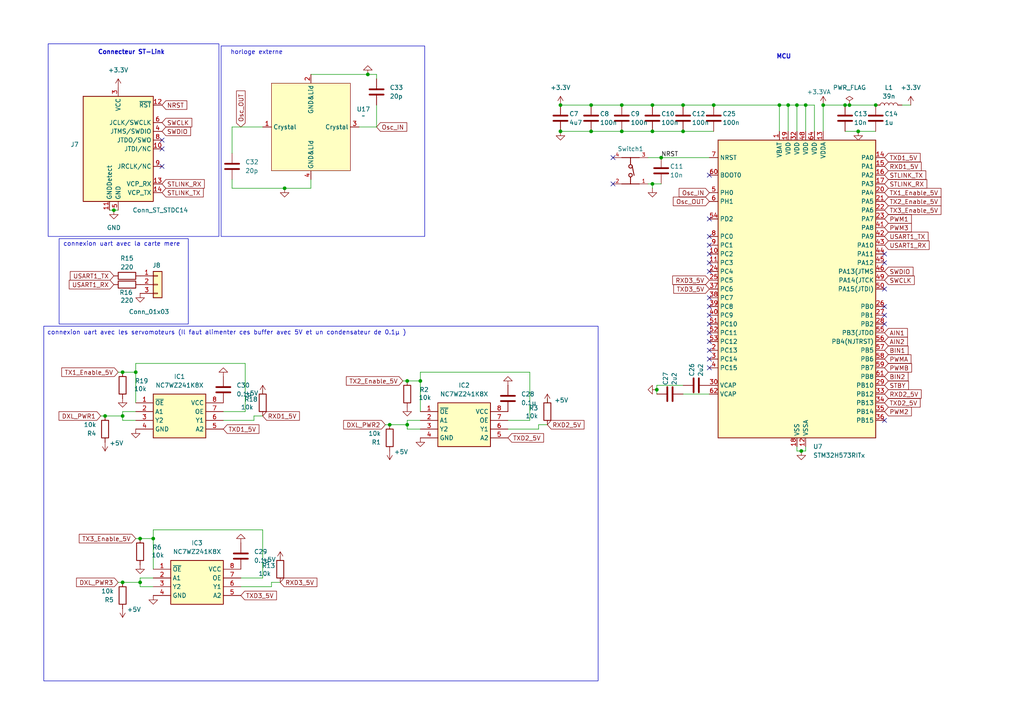
<source format=kicad_sch>
(kicad_sch (version 20250114) (generator "eeschema") (generator_version "9.0")
  (paper "A4")
  (lib_symbols
    (symbol "CFPX-104-oscillator:CFPX-104-8MHz-wurth"
      (property "Reference" "U" (at 0 0 0))
      (symbol "CFPX-104-8MHz-wurth_1_1"
        (rectangle (start -11.43 12.7) (end 11.43 -12.7) (fill (type color) (color 255 255 194 1)))
        (pin bidirectional line (at -13.97 0 0) (length 2.54) (name "Crystal") (number "1"))
        (pin power_in line (at 0 15.24 270) (length 2.54) (name "GND&Lid") (number "2"))
        (pin power_in line (at 0 -15.24 90) (length 2.54) (name "GND&Lid") (number "4"))
        (pin bidirectional line (at 13.97 0 180) (length 2.54) (name "Crystal") (number "3"))
      )
    )
    (symbol "Connector:Conn_ST_STDC14"
      (property "Reference" "J" (at -8.89 16.51 0))
      (property "Value" "Conn_ST_STDC14" (at 17.78 16.51 0))
      (symbol "Conn_ST_STDC14_0_1"
        (rectangle (start -10.16 15.24) (end 10.16 -15.24) (stroke (width 0.254)) (fill (type background)))
      )
      (symbol "Conn_ST_STDC14_1_1"
        (pin no_connect line (at -10.16 5.08 0) (length 2.54) (hide yes) (name "NC") (number "1"))
        (pin no_connect line (at -10.16 2.54 0) (length 2.54) (hide yes) (name "NC") (number "2"))
        (pin passive line (at -2.54 -17.78 90) (length 2.54) (name "GNDDetect") (number "11"))
        (pin power_in line (at 0 17.78 270) (length 2.54) (name "VCC") (number "3"))
        (pin power_in line (at 0 -17.78 90) (length 2.54) (name "GND") (number "5"))
        (pin passive line (at 0 -17.78 90) (length 2.54) (hide yes) (name "GND") (number "7"))
        (pin open_collector line (at 12.7 12.7 180) (length 2.54) (name "~{RST}") (number "12"))
        (pin output line (at 12.7 7.62 180) (length 2.54) (name "JCLK/SWCLK") (number "6"))
        (pin bidirectional line (at 12.7 5.08 180) (length 2.54) (name "JTMS/SWDIO") (number "4"))
        (pin input line (at 12.7 2.54 180) (length 2.54) (name "JTDO/SWO") (number "8"))
        (pin output line (at 12.7 0 180) (length 2.54) (name "JTDI/NC") (number "10"))
        (pin input line (at 12.7 -5.08 180) (length 2.54) (name "JRCLK/NC") (number "9"))
        (pin output line (at 12.7 -10.16 180) (length 2.54) (name "VCP_RX") (number "13"))
        (pin input line (at 12.7 -12.7 180) (length 2.54) (name "VCP_TX") (number "14"))
      )
    )
    (symbol "Connector_Generic:Conn_01x03" (pin_names (offset 1.016) (hide yes))
      (property "Reference" "J" (at 0 5.08 0))
      (property "Value" "Conn_01x03" (at 0 -5.08 0))
      (symbol "Conn_01x03_1_1"
        (rectangle (start -1.27 3.81) (end 1.27 -3.81) (stroke (width 0.254)) (fill (type background)))
        (rectangle (start -1.27 2.667) (end 0 2.413) (stroke (width 0.1524)))
        (rectangle (start -1.27 0.127) (end 0 -0.127) (stroke (width 0.1524)))
        (rectangle (start -1.27 -2.413) (end 0 -2.667) (stroke (width 0.1524)))
        (pin passive line (at -5.08 2.54 0) (length 3.81) (name "Pin_1") (number "1"))
        (pin passive line (at -5.08 0 0) (length 3.81) (name "Pin_2") (number "2"))
        (pin passive line (at -5.08 -2.54 0) (length 3.81) (name "Pin_3") (number "3"))
      )
    )
    (symbol "Device:C" (pin_numbers (hide yes)) (pin_names (offset 0.254))
      (property "Reference" "C" (at 0.635 2.54 0))
      (property "Value" "C" (at 0.635 -2.54 0))
      (symbol "C_0_1"
        (polyline (pts (xy -2.032 0.762) (xy 2.032 0.762)) (stroke (width 0.508)))
        (polyline (pts (xy -2.032 -0.762) (xy 2.032 -0.762)) (stroke (width 0.508)))
      )
      (symbol "C_1_1"
        (pin passive line (at 0 3.81 270) (length 2.794) (name "~") (number "1"))
        (pin passive line (at 0 -3.81 90) (length 2.794) (name "~") (number "2"))
      )
    )
    (symbol "Device:L" (pin_numbers (hide yes)) (pin_names (offset 1.016) (hide yes))
      (property "Reference" "L" (at -1.27 0 90))
      (property "Value" "L" (at 1.905 0 90))
      (symbol "L_0_1"
        (arc (start 0 2.54) (mid 0.6323 1.905) (end 0 1.27))
        (arc (start 0 1.27) (mid 0.6323 0.635) (end 0 0))
        (arc (start 0 0) (mid 0.6323 -0.635) (end 0 -1.27))
        (arc (start 0 -1.27) (mid 0.6323 -1.905) (end 0 -2.54))
      )
      (symbol "L_1_1"
        (pin passive line (at 0 3.81 270) (length 1.27) (name "1") (number "1"))
        (pin passive line (at 0 -3.81 90) (length 1.27) (name "2") (number "2"))
      )
    )
    (symbol "Device:R" (pin_numbers (hide yes)) (pin_names (offset 0))
      (property "Reference" "R" (at 2.032 0 90))
      (property "Value" "R" (at 0 0 90))
      (symbol "R_0_1"
        (rectangle (start -1.016 -2.54) (end 1.016 2.54) (stroke (width 0.254)))
      )
      (symbol "R_1_1"
        (pin passive line (at 0 3.81 270) (length 1.27) (name "~") (number "1"))
        (pin passive line (at 0 -3.81 90) (length 1.27) (name "~") (number "2"))
      )
    )
    (symbol "MCU_ST_STM32H5:STM32H573RITx"
      (property "Reference" "U" (at -22.86 44.45 0))
      (property "Value" "STM32H573RITx" (at 10.16 44.45 0))
      (symbol "STM32H573RITx_0_1"
        (rectangle (start -22.86 -43.18) (end 22.86 43.18) (stroke (width 0.254)) (fill (type background)))
      )
      (symbol "STM32H573RITx_1_1"
        (pin input line (at -25.4 38.1 0) (length 2.54) (name "NRST") (number "7"))
        (pin input line (at -25.4 33.02 0) (length 2.54) (name "BOOT0") (number "60"))
        (pin bidirectional line (at -25.4 27.94 0) (length 2.54) (name "PH0") (number "5"))
        (pin bidirectional line (at -25.4 25.4 0) (length 2.54) (name "PH1") (number "6"))
        (pin bidirectional line (at -25.4 20.32 0) (length 2.54) (name "PD2") (number "54"))
        (pin bidirectional line (at -25.4 15.24 0) (length 2.54) (name "PC0") (number "8"))
        (pin bidirectional line (at -25.4 12.7 0) (length 2.54) (name "PC1") (number "9"))
        (pin bidirectional line (at -25.4 10.16 0) (length 2.54) (name "PC2") (number "10"))
        (pin bidirectional line (at -25.4 7.62 0) (length 2.54) (name "PC3") (number "11"))
        (pin bidirectional line (at -25.4 5.08 0) (length 2.54) (name "PC4") (number "24"))
        (pin bidirectional line (at -25.4 2.54 0) (length 2.54) (name "PC5") (number "25"))
        (pin bidirectional line (at -25.4 0 0) (length 2.54) (name "PC6") (number "37"))
        (pin bidirectional line (at -25.4 -2.54 0) (length 2.54) (name "PC7") (number "38"))
        (pin bidirectional line (at -25.4 -5.08 0) (length 2.54) (name "PC8") (number "39"))
        (pin bidirectional line (at -25.4 -7.62 0) (length 2.54) (name "PC9") (number "40"))
        (pin bidirectional line (at -25.4 -10.16 0) (length 2.54) (name "PC10") (number "51"))
        (pin bidirectional line (at -25.4 -12.7 0) (length 2.54) (name "PC11") (number "52"))
        (pin bidirectional line (at -25.4 -15.24 0) (length 2.54) (name "PC12") (number "53"))
        (pin bidirectional line (at -25.4 -17.78 0) (length 2.54) (name "PC13") (number "2"))
        (pin bidirectional line (at -25.4 -20.32 0) (length 2.54) (name "PC14") (number "3"))
        (pin bidirectional line (at -25.4 -22.86 0) (length 2.54) (name "PC15") (number "4"))
        (pin power_out line (at -25.4 -27.94 0) (length 2.54) (name "VCAP") (number "30"))
        (pin power_out line (at -25.4 -30.48 0) (length 2.54) (name "VCAP") (number "62"))
        (pin power_in line (at -5.08 45.72 270) (length 2.54) (name "VBAT") (number "1"))
        (pin power_in line (at -2.54 45.72 270) (length 2.54) (name "VDD") (number "19"))
        (pin power_in line (at 0 45.72 270) (length 2.54) (name "VDD") (number "32"))
        (pin power_in line (at 0 -45.72 90) (length 2.54) (name "VSS") (number "18"))
        (pin passive line (at 0 -45.72 90) (length 2.54) (hide yes) (name "VSS") (number "31"))
        (pin passive line (at 0 -45.72 90) (length 2.54) (hide yes) (name "VSS") (number "47"))
        (pin passive line (at 0 -45.72 90) (length 2.54) (hide yes) (name "VSS") (number "63"))
        (pin power_in line (at 2.54 45.72 270) (length 2.54) (name "VDD") (number "48"))
        (pin power_in line (at 2.54 -45.72 90) (length 2.54) (name "VSSA") (number "12"))
        (pin power_in line (at 5.08 45.72 270) (length 2.54) (name "VDD") (number "64"))
        (pin power_in line (at 7.62 45.72 270) (length 2.54) (name "VDDA") (number "13"))
        (pin bidirectional line (at 25.4 38.1 180) (length 2.54) (name "PA0") (number "14"))
        (pin bidirectional line (at 25.4 35.56 180) (length 2.54) (name "PA1") (number "15"))
        (pin bidirectional line (at 25.4 33.02 180) (length 2.54) (name "PA2") (number "16"))
        (pin bidirectional line (at 25.4 30.48 180) (length 2.54) (name "PA3") (number "17"))
        (pin bidirectional line (at 25.4 27.94 180) (length 2.54) (name "PA4") (number "20"))
        (pin bidirectional line (at 25.4 25.4 180) (length 2.54) (name "PA5") (number "21"))
        (pin bidirectional line (at 25.4 22.86 180) (length 2.54) (name "PA6") (number "22"))
        (pin bidirectional line (at 25.4 20.32 180) (length 2.54) (name "PA7") (number "23"))
        (pin bidirectional line (at 25.4 17.78 180) (length 2.54) (name "PA8") (number "41"))
        (pin bidirectional line (at 25.4 15.24 180) (length 2.54) (name "PA9") (number "42"))
        (pin bidirectional line (at 25.4 12.7 180) (length 2.54) (name "PA10") (number "43"))
        (pin bidirectional line (at 25.4 10.16 180) (length 2.54) (name "PA11") (number "44"))
        (pin bidirectional line (at 25.4 7.62 180) (length 2.54) (name "PA12") (number "45"))
        (pin bidirectional line (at 25.4 5.08 180) (length 2.54) (name "PA13(JTMS") (number "46"))
        (pin bidirectional line (at 25.4 2.54 180) (length 2.54) (name "PA14(JTCK") (number "49"))
        (pin bidirectional line (at 25.4 0 180) (length 2.54) (name "PA15(JTDI)") (number "50"))
        (pin bidirectional line (at 25.4 -5.08 180) (length 2.54) (name "PB0") (number "26"))
        (pin bidirectional line (at 25.4 -7.62 180) (length 2.54) (name "PB1") (number "27"))
        (pin bidirectional line (at 25.4 -10.16 180) (length 2.54) (name "PB2") (number "28"))
        (pin bidirectional line (at 25.4 -12.7 180) (length 2.54) (name "PB3(JTDO") (number "55"))
        (pin bidirectional line (at 25.4 -15.24 180) (length 2.54) (name "PB4(NJTRST)") (number "56"))
        (pin bidirectional line (at 25.4 -17.78 180) (length 2.54) (name "PB5") (number "57"))
        (pin bidirectional line (at 25.4 -20.32 180) (length 2.54) (name "PB6") (number "58"))
        (pin bidirectional line (at 25.4 -22.86 180) (length 2.54) (name "PB7") (number "59"))
        (pin bidirectional line (at 25.4 -25.4 180) (length 2.54) (name "PB8") (number "61"))
        (pin bidirectional line (at 25.4 -27.94 180) (length 2.54) (name "PB10") (number "29"))
        (pin bidirectional line (at 25.4 -30.48 180) (length 2.54) (name "PB12") (number "33"))
        (pin bidirectional line (at 25.4 -33.02 180) (length 2.54) (name "PB13") (number "34"))
        (pin bidirectional line (at 25.4 -35.56 180) (length 2.54) (name "PB14") (number "35"))
        (pin bidirectional line (at 25.4 -38.1 180) (length 2.54) (name "PB15") (number "36"))
      )
    )
    (symbol "NC7WZ241K8X:NC7WZ241K8X"
      (property "Reference" "IC" (at 21.59 7.62 0))
      (property "Value" "NC7WZ241K8X" (at 21.59 5.08 0))
      (symbol "NC7WZ241K8X_1_1"
        (rectangle (start 5.08 2.54) (end 20.32 -10.16) (stroke (width 0.254)) (fill (type background)))
        (pin passive line (at 0 0 0) (length 5.08) (name "~{OE}") (number "1"))
        (pin passive line (at 0 -2.54 0) (length 5.08) (name "A1") (number "2"))
        (pin passive line (at 0 -5.08 0) (length 5.08) (name "Y2") (number "3"))
        (pin passive line (at 0 -7.62 0) (length 5.08) (name "GND") (number "4"))
        (pin passive line (at 25.4 0 180) (length 5.08) (name "VCC") (number "8"))
        (pin passive line (at 25.4 -2.54 180) (length 5.08) (name "OE") (number "7"))
        (pin passive line (at 25.4 -5.08 180) (length 5.08) (name "Y1") (number "6"))
        (pin passive line (at 25.4 -7.62 180) (length 5.08) (name "A2") (number "5"))
      )
    )
    (symbol "boutonSMD_wurth430471025826:430471025826" (pin_names (offset 1.016))
      (property "Reference" "S" (at 0 5.842 0))
      (symbol "430471025826_0_0"
        (polyline (pts (xy -2.54 5.08) (xy 0 5.08)) (stroke (width 0.254)))
        (polyline (pts (xy -2.54 -2.54) (xy 0 -2.54)) (stroke (width 0.254)))
        (polyline (pts (xy -0.47 -0.2) (xy -1.04 2.61)) (stroke (width 0.254)))
        (polyline (pts (xy 0 5.08) (xy 2.54 5.08)) (stroke (width 0.254)))
        (polyline (pts (xy 0 3.075) (xy 0 5.08)) (stroke (width 0.254)))
        (circle (center 0 2.54) (radius 0.508) (stroke (width 0.254)))
        (circle (center 0 0) (radius 0.508) (stroke (width 0.254)))
        (polyline (pts (xy 0 -0.535) (xy 0 -2.54)) (stroke (width 0.254)))
        (polyline (pts (xy 0 -2.54) (xy 2.54 -2.54)) (stroke (width 0.254)))
        (pin passive line (at -5.08 5.08 0) (length 2.54) (name "~") (number "1"))
        (pin passive line (at -5.08 -2.54 0) (length 2.54) (name "~") (number "3"))
        (pin passive line (at 5.08 5.08 180) (length 2.54) (name "~") (number "2"))
        (pin passive line (at 5.08 -2.54 180) (length 2.54) (name "~") (number "4"))
      )
    )
    (symbol "power:+3.3V" (power) (pin_numbers (hide yes)) (pin_names (offset 0) (hide yes))
      (property "Value" "+3.3V" (at 0 3.556 0))
      (symbol "+3.3V_0_1"
        (polyline (pts (xy -0.762 1.27) (xy 0 2.54)))
        (polyline (pts (xy 0 2.54) (xy 0.762 1.27)))
        (polyline (pts (xy 0 0) (xy 0 2.54)))
      )
      (symbol "+3.3V_1_1"
        (pin power_in line (at 0 0 90) (length 0) (name "~") (number "1"))
      )
    )
    (symbol "power:+3.3VA" (power) (pin_numbers (hide yes)) (pin_names (offset 0) (hide yes))
      (property "Value" "+3.3VA" (at 0 3.556 0))
      (symbol "+3.3VA_0_1"
        (polyline (pts (xy -0.762 1.27) (xy 0 2.54)))
        (polyline (pts (xy 0 2.54) (xy 0.762 1.27)))
        (polyline (pts (xy 0 0) (xy 0 2.54)))
      )
      (symbol "+3.3VA_1_1"
        (pin power_in line (at 0 0 90) (length 0) (name "~") (number "1"))
      )
    )
    (symbol "power:+5V" (power) (pin_numbers (hide yes)) (pin_names (offset 0) (hide yes))
      (property "Value" "+5V" (at 0 3.556 0))
      (symbol "+5V_0_1"
        (polyline (pts (xy -0.762 1.27) (xy 0 2.54)))
        (polyline (pts (xy 0 2.54) (xy 0.762 1.27)))
        (polyline (pts (xy 0 0) (xy 0 2.54)))
      )
      (symbol "+5V_1_1"
        (pin power_in line (at 0 0 90) (length 0) (name "~") (number "1"))
      )
    )
    (symbol "power:GND" (power) (pin_numbers (hide yes)) (pin_names (offset 0) (hide yes))
      (property "Value" "GND" (at 0 -3.81 0))
      (symbol "GND_0_1"
        (polyline (pts (xy 0 0) (xy 0 -1.27) (xy 1.27 -1.27) (xy 0 -2.54) (xy -1.27 -1.27) (xy 0 -1.27)))
      )
      (symbol "GND_1_1"
        (pin power_in line (at 0 0 270) (length 0) (name "~") (number "1"))
      )
    )
    (symbol "power:PWR_FLAG" (power) (pin_numbers (hide yes)) (pin_names (offset 0) (hide yes))
      (property "Value" "PWR_FLAG" (at 0 3.81 0))
      (symbol "PWR_FLAG_0_0"
        (pin power_out line (at 0 0 90) (length 0) (name "~") (number "1"))
      )
      (symbol "PWR_FLAG_0_1"
        (polyline (pts (xy 0 0) (xy 0 1.27) (xy -1.016 1.905) (xy 0 2.54) (xy 1.016 1.905) (xy 0 1.27)))
      )
    )
  )
  (rectangle (start 64.135 13.335) (end 123.19 68.58))
  (rectangle (start 13.97 12.7) (end 63.5 68.58))
  (rectangle (start 17.145 69.215) (end 54.61 93.98))
  (text "connexion uart avec la carte mere\n\n" (at 35.306 71.882 0) (effects (font (size 1.27 1.27))))
  (text "horloge externe \n" (at 74.93 15.24 0) (effects (font (size 1.27 1.27))))
  (text "Connecteur ST-Link\n" (at 38.1 15.24 0) (effects (font (size 1.27 1.27) (thickness 0.254) (bold yes))))
  (text "MCU\n" (at 227.33 16.51 0) (effects (font (size 1.27 1.27) (thickness 0.254) (bold yes))))
  (text_box "connexion uart avec les servomoteurs (Il faut alimenter ces buffer avec 5V et un condensateur de 0.1µ )\n\n" (at 12.7 94.615 0) (size 160.782 102.87) (margins 0.9525 0.9525 0.9525 0.9525) (effects (font (size 1.27 1.27)) (justify left top)))
  (junction (at 180.34 30.48))
  (junction (at 44.45 156.21))
  (junction (at 207.01 30.48))
  (junction (at 254 30.48))
  (junction (at 113.03 123.19))
  (junction (at 189.23 30.48))
  (junction (at 171.45 38.1))
  (junction (at 228.6 30.48))
  (junction (at 232.41 130.81))
  (junction (at 30.48 120.65))
  (junction (at 40.64 168.91))
  (junction (at 40.64 156.21))
  (junction (at 35.56 107.95))
  (junction (at 162.56 30.48))
  (junction (at 245.11 30.48))
  (junction (at 118.11 110.49))
  (junction (at 106.68 21.59))
  (junction (at 121.92 110.49))
  (junction (at 162.56 38.1))
  (junction (at 238.76 30.48))
  (junction (at 171.45 30.48))
  (junction (at 246.38 30.48))
  (junction (at 191.77 45.72))
  (junction (at 248.92 38.1))
  (junction (at 190.5 113.03))
  (junction (at 189.23 38.1))
  (junction (at 226.06 30.48))
  (junction (at 189.23 53.34))
  (junction (at 198.12 38.1))
  (junction (at 118.11 123.19))
  (junction (at 231.14 30.48))
  (junction (at 180.34 38.1))
  (junction (at 233.68 30.48))
  (junction (at 39.37 107.95))
  (junction (at 35.56 120.65))
  (junction (at 33.02 60.96))
  (junction (at 198.12 30.48))
  (junction (at 82.55 54.61))
  (junction (at 35.56 168.91))
  (no_connect (at 177.8 45.72))
  (no_connect (at 205.74 76.2))
  (no_connect (at 177.8 53.34))
  (no_connect (at 46.99 40.64))
  (no_connect (at 205.74 106.68))
  (no_connect (at 256.54 91.44))
  (no_connect (at 205.74 63.5))
  (no_connect (at 205.74 93.98))
  (no_connect (at 205.74 88.9))
  (no_connect (at 205.74 50.8))
  (no_connect (at 46.99 48.26))
  (no_connect (at 256.54 73.66))
  (no_connect (at 256.54 93.98))
  (no_connect (at 205.74 78.74))
  (no_connect (at 256.54 121.92))
  (no_connect (at 205.74 99.06))
  (no_connect (at 205.74 101.6))
  (no_connect (at 46.99 43.18))
  (no_connect (at 205.74 91.44))
  (no_connect (at 256.54 88.9))
  (no_connect (at 205.74 71.12))
  (no_connect (at 205.74 73.66))
  (no_connect (at 205.74 86.36))
  (no_connect (at 205.74 68.58))
  (no_connect (at 256.54 76.2))
  (no_connect (at 256.54 83.82))
  (no_connect (at 205.74 96.52))
  (no_connect (at 205.74 104.14))
  (wire (pts (xy 35.56 107.95) (xy 39.37 107.95)))
  (wire (pts (xy 238.76 30.48) (xy 245.11 30.48)))
  (wire (pts (xy 39.37 119.38) (xy 35.56 119.38)))
  (wire (pts (xy 187.96 53.34) (xy 189.23 53.34)))
  (wire (pts (xy 33.02 60.96) (xy 34.29 60.96)))
  (wire (pts (xy 121.92 124.46) (xy 118.11 124.46)))
  (wire (pts (xy 109.22 21.59) (xy 106.68 21.59)))
  (wire (pts (xy 71.12 119.38) (xy 71.12 105.41)))
  (wire (pts (xy 113.03 123.19) (xy 118.11 123.19)))
  (wire (pts (xy 228.6 30.48) (xy 231.14 30.48)))
  (wire (pts (xy 245.11 30.48) (xy 246.38 30.48)))
  (wire (pts (xy 34.29 107.95) (xy 35.56 107.95)))
  (wire (pts (xy 39.37 156.21) (xy 40.64 156.21)))
  (wire (pts (xy 44.45 153.67) (xy 44.45 156.21)))
  (wire (pts (xy 189.23 54.61) (xy 189.23 53.34)))
  (wire (pts (xy 121.92 121.92) (xy 118.11 121.92)))
  (wire (pts (xy 40.64 167.64) (xy 40.64 168.91)))
  (wire (pts (xy 29.21 120.65) (xy 30.48 120.65)))
  (wire (pts (xy 34.29 168.91) (xy 35.56 168.91)))
  (wire (pts (xy 121.92 110.49) (xy 121.92 119.38)))
  (wire (pts (xy 233.68 129.54) (xy 233.68 130.81)))
  (wire (pts (xy 67.31 44.45) (xy 67.31 36.83)))
  (wire (pts (xy 147.32 121.92) (xy 153.67 121.92)))
  (wire (pts (xy 64.77 121.92) (xy 73.66 121.92)))
  (wire (pts (xy 39.37 105.41) (xy 39.37 107.95)))
  (wire (pts (xy 189.23 30.48) (xy 198.12 30.48)))
  (wire (pts (xy 226.06 30.48) (xy 226.06 38.1)))
  (wire (pts (xy 153.67 121.92) (xy 153.67 107.95)))
  (wire (pts (xy 71.12 105.41) (xy 39.37 105.41)))
  (wire (pts (xy 106.68 21.59) (xy 90.17 21.59)))
  (wire (pts (xy 153.67 107.95) (xy 121.92 107.95)))
  (wire (pts (xy 44.45 156.21) (xy 44.45 165.1)))
  (wire (pts (xy 180.34 38.1) (xy 189.23 38.1)))
  (wire (pts (xy 226.06 30.48) (xy 228.6 30.48)))
  (wire (pts (xy 44.45 170.18) (xy 40.64 170.18)))
  (wire (pts (xy 198.12 114.3) (xy 205.74 114.3)))
  (wire (pts (xy 228.6 30.48) (xy 228.6 38.1)))
  (wire (pts (xy 109.22 36.83) (xy 109.22 30.48)))
  (wire (pts (xy 233.68 130.81) (xy 232.41 130.81)))
  (wire (pts (xy 207.01 30.48) (xy 226.06 30.48)))
  (wire (pts (xy 81.28 161.29) (xy 81.28 162.56)))
  (wire (pts (xy 118.11 121.92) (xy 118.11 123.19)))
  (wire (pts (xy 158.75 115.57) (xy 158.75 116.84)))
  (wire (pts (xy 189.23 38.1) (xy 198.12 38.1)))
  (wire (pts (xy 246.38 30.48) (xy 254 30.48)))
  (wire (pts (xy 67.31 36.83) (xy 76.2 36.83)))
  (wire (pts (xy 35.56 119.38) (xy 35.56 120.65)))
  (wire (pts (xy 238.76 30.48) (xy 238.76 38.1)))
  (wire (pts (xy 35.56 120.65) (xy 35.56 121.92)))
  (wire (pts (xy 30.48 120.65) (xy 35.56 120.65)))
  (wire (pts (xy 76.2 167.64) (xy 76.2 153.67)))
  (wire (pts (xy 69.85 167.64) (xy 76.2 167.64)))
  (wire (pts (xy 190.5 111.76) (xy 190.5 113.03)))
  (wire (pts (xy 156.21 123.19) (xy 158.75 123.19)))
  (wire (pts (xy 104.14 36.83) (xy 109.22 36.83)))
  (wire (pts (xy 76.2 153.67) (xy 44.45 153.67)))
  (wire (pts (xy 78.74 168.91) (xy 81.28 168.91)))
  (wire (pts (xy 171.45 30.48) (xy 180.34 30.48)))
  (wire (pts (xy 171.45 38.1) (xy 180.34 38.1)))
  (wire (pts (xy 245.11 38.1) (xy 248.92 38.1)))
  (wire (pts (xy 162.56 38.1) (xy 171.45 38.1)))
  (wire (pts (xy 116.84 110.49) (xy 118.11 110.49)))
  (wire (pts (xy 40.64 168.91) (xy 40.64 170.18)))
  (wire (pts (xy 233.68 30.48) (xy 236.22 30.48)))
  (wire (pts (xy 248.92 38.1) (xy 254 38.1)))
  (wire (pts (xy 261.62 30.48) (xy 264.16 30.48)))
  (wire (pts (xy 121.92 107.95) (xy 121.92 110.49)))
  (wire (pts (xy 190.5 113.03) (xy 190.5 114.3)))
  (wire (pts (xy 111.76 123.19) (xy 113.03 123.19)))
  (wire (pts (xy 191.77 45.72) (xy 205.74 45.72)))
  (wire (pts (xy 39.37 107.95) (xy 39.37 116.84)))
  (wire (pts (xy 109.22 22.86) (xy 109.22 21.59)))
  (wire (pts (xy 76.2 113.03) (xy 76.2 114.3)))
  (wire (pts (xy 64.77 119.38) (xy 71.12 119.38)))
  (wire (pts (xy 231.14 129.54) (xy 231.14 130.81)))
  (wire (pts (xy 67.31 54.61) (xy 67.31 52.07)))
  (wire (pts (xy 233.68 30.48) (xy 233.68 38.1)))
  (wire (pts (xy 82.55 54.61) (xy 90.17 54.61)))
  (wire (pts (xy 231.14 130.81) (xy 232.41 130.81)))
  (wire (pts (xy 198.12 111.76) (xy 190.5 111.76)))
  (wire (pts (xy 147.32 124.46) (xy 156.21 124.46)))
  (wire (pts (xy 67.31 54.61) (xy 82.55 54.61)))
  (wire (pts (xy 35.56 168.91) (xy 40.64 168.91)))
  (wire (pts (xy 198.12 38.1) (xy 207.01 38.1)))
  (wire (pts (xy 73.66 121.92) (xy 73.66 120.65)))
  (wire (pts (xy 189.23 53.34) (xy 191.77 53.34)))
  (wire (pts (xy 40.64 156.21) (xy 44.45 156.21)))
  (wire (pts (xy 118.11 110.49) (xy 121.92 110.49)))
  (wire (pts (xy 90.17 54.61) (xy 90.17 52.07)))
  (wire (pts (xy 233.68 30.48) (xy 231.14 30.48)))
  (wire (pts (xy 44.45 167.64) (xy 40.64 167.64)))
  (wire (pts (xy 198.12 30.48) (xy 207.01 30.48)))
  (wire (pts (xy 39.37 121.92) (xy 35.56 121.92)))
  (wire (pts (xy 69.85 170.18) (xy 78.74 170.18)))
  (wire (pts (xy 156.21 124.46) (xy 156.21 123.19)))
  (wire (pts (xy 118.11 123.19) (xy 118.11 124.46)))
  (wire (pts (xy 236.22 30.48) (xy 236.22 38.1)))
  (wire (pts (xy 180.34 30.48) (xy 189.23 30.48)))
  (wire (pts (xy 162.56 30.48) (xy 171.45 30.48)))
  (wire (pts (xy 31.75 60.96) (xy 33.02 60.96)))
  (wire (pts (xy 187.96 45.72) (xy 191.77 45.72)))
  (wire (pts (xy 231.14 30.48) (xy 231.14 38.1)))
  (wire (pts (xy 73.66 120.65) (xy 76.2 120.65)))
  (wire (pts (xy 78.74 170.18) (xy 78.74 168.91)))
  (label "NRST" (at 191.77 45.72 0) (effects (font (thickness 0.1588))))
  (global_label "PWM1" (shape input) (at 256.54 63.5 0) (property "Intersheetrefs" "${INTERSHEET_REFS}" (effects (hide yes))))
  (global_label "TX3_Enable_5V" (shape input) (at 256.54 60.96 0) (property "Intersheetrefs" "${INTERSHEET_REFS}" (effects (hide yes))))
  (global_label "AIN2" (shape input) (at 256.54 99.06 0) (property "Intersheetrefs" "${INTERSHEET_REFS}" (effects (hide yes))))
  (global_label "USART1_TX" (shape input) (at 33.02 80.01 180) (property "Intersheetrefs" "${INTERSHEET_REFS}" (effects (hide yes))))
  (global_label "TXD3_5V" (shape input) (at 205.74 83.82 180) (property "Intersheetrefs" "${INTERSHEET_REFS}" (effects (hide yes))))
  (global_label "PWM3" (shape input) (at 256.54 66.04 0) (property "Intersheetrefs" "${INTERSHEET_REFS}" (effects (hide yes))))
  (global_label "SWDIO" (shape input) (at 256.54 78.74 0) (property "Intersheetrefs" "${INTERSHEET_REFS}" (effects (hide yes))))
  (global_label "TXD1_5V" (shape input) (at 256.54 45.72 0) (property "Intersheetrefs" "${INTERSHEET_REFS}" (effects (hide yes))))
  (global_label "BIN2" (shape input) (at 256.54 109.22 0) (property "Intersheetrefs" "${INTERSHEET_REFS}" (effects (hide yes))))
  (global_label "TXD2_5V" (shape input) (at 147.32 127 0) (property "Intersheetrefs" "${INTERSHEET_REFS}" (effects (hide yes))))
  (global_label "Osc_IN" (shape input) (at 205.74 55.88 180) (property "Intersheetrefs" "${INTERSHEET_REFS}" (effects (hide yes))))
  (global_label "TXD1_5V" (shape input) (at 64.77 124.46 0) (property "Intersheetrefs" "${INTERSHEET_REFS}" (effects (hide yes))))
  (global_label "USART1_RX" (shape input) (at 33.02 82.55 180) (property "Intersheetrefs" "${INTERSHEET_REFS}" (effects (hide yes))))
  (global_label "TX1_Enable_5V" (shape input) (at 34.29 107.95 180) (property "Intersheetrefs" "${INTERSHEET_REFS}" (effects (hide yes))))
  (global_label "DXL_PWR2" (shape input) (at 111.76 123.19 180) (property "Intersheetrefs" "${INTERSHEET_REFS}" (effects (hide yes))))
  (global_label "STBY" (shape input) (at 256.54 111.76 0) (property "Intersheetrefs" "${INTERSHEET_REFS}" (effects (hide yes))))
  (global_label "RXD2_5V" (shape input) (at 158.75 123.19 0) (property "Intersheetrefs" "${INTERSHEET_REFS}" (effects (hide yes))))
  (global_label "STLINK_RX" (shape input) (at 46.99 53.34 0) (property "Intersheetrefs" "${INTERSHEET_REFS}" (effects (hide yes))))
  (global_label "Osc_OUT" (shape input) (at 69.85 36.83 90) (property "Intersheetrefs" "${INTERSHEET_REFS}" (effects (hide yes))))
  (global_label "PWMA" (shape input) (at 256.54 104.14 0) (property "Intersheetrefs" "${INTERSHEET_REFS}" (effects (hide yes))))
  (global_label "TXD2_5V" (shape input) (at 256.54 116.84 0) (property "Intersheetrefs" "${INTERSHEET_REFS}" (effects (hide yes))))
  (global_label "NRST" (shape input) (at 46.99 30.48 0) (effects (font (thickness 0.1588))) (property "Intersheetrefs" "${INTERSHEET_REFS}" (effects (hide yes))))
  (global_label "TX2_Enable_5V" (shape input) (at 116.84 110.49 180) (property "Intersheetrefs" "${INTERSHEET_REFS}" (effects (hide yes))))
  (global_label "TX1_Enable_5V" (shape input) (at 256.54 55.88 0) (property "Intersheetrefs" "${INTERSHEET_REFS}" (effects (hide yes))))
  (global_label "PWM2" (shape input) (at 256.54 119.38 0) (property "Intersheetrefs" "${INTERSHEET_REFS}" (effects (hide yes))))
  (global_label "BIN1" (shape input) (at 256.54 101.6 0) (property "Intersheetrefs" "${INTERSHEET_REFS}" (effects (hide yes))))
  (global_label "RXD2_5V" (shape input) (at 256.54 114.3 0) (property "Intersheetrefs" "${INTERSHEET_REFS}" (effects (hide yes))))
  (global_label "TXD3_5V" (shape input) (at 69.85 172.72 0) (property "Intersheetrefs" "${INTERSHEET_REFS}" (effects (hide yes))))
  (global_label "STLINK_TX" (shape input) (at 256.54 50.8 0) (property "Intersheetrefs" "${INTERSHEET_REFS}" (effects (hide yes))))
  (global_label "RXD3_5V" (shape input) (at 81.28 168.91 0) (property "Intersheetrefs" "${INTERSHEET_REFS}" (effects (hide yes))))
  (global_label "SWCLK" (shape input) (at 256.54 81.28 0) (property "Intersheetrefs" "${INTERSHEET_REFS}" (effects (hide yes))))
  (global_label "SWCLK" (shape input) (at 46.99 35.56 0) (property "Intersheetrefs" "${INTERSHEET_REFS}" (effects (hide yes))))
  (global_label "RXD1_5V" (shape input) (at 256.54 48.26 0) (property "Intersheetrefs" "${INTERSHEET_REFS}" (effects (hide yes))))
  (global_label "TX3_Enable_5V" (shape input) (at 39.37 156.21 180) (property "Intersheetrefs" "${INTERSHEET_REFS}" (effects (hide yes))))
  (global_label "STLINK_RX" (shape input) (at 256.54 53.34 0) (property "Intersheetrefs" "${INTERSHEET_REFS}" (effects (hide yes))))
  (global_label "DXL_PWR1" (shape input) (at 29.21 120.65 180) (property "Intersheetrefs" "${INTERSHEET_REFS}" (effects (hide yes))))
  (global_label "PWMB" (shape input) (at 256.54 106.68 0) (property "Intersheetrefs" "${INTERSHEET_REFS}" (effects (hide yes))))
  (global_label "TX2_Enable_5V" (shape input) (at 256.54 58.42 0) (property "Intersheetrefs" "${INTERSHEET_REFS}" (effects (hide yes))))
  (global_label "RXD1_5V" (shape input) (at 76.2 120.65 0) (property "Intersheetrefs" "${INTERSHEET_REFS}" (effects (hide yes))))
  (global_label "AIN1" (shape input) (at 256.54 96.52 0) (property "Intersheetrefs" "${INTERSHEET_REFS}" (effects (hide yes))))
  (global_label "Osc_IN" (shape input) (at 109.22 36.83 0) (property "Intersheetrefs" "${INTERSHEET_REFS}" (effects (hide yes))))
  (global_label "SWDIO" (shape input) (at 46.99 38.1 0) (property "Intersheetrefs" "${INTERSHEET_REFS}" (effects (hide yes))))
  (global_label "Osc_OUT" (shape input) (at 205.74 58.42 180) (property "Intersheetrefs" "${INTERSHEET_REFS}" (effects (hide yes))))
  (global_label "STLINK_TX" (shape input) (at 46.99 55.88 0) (property "Intersheetrefs" "${INTERSHEET_REFS}" (effects (hide yes))))
  (global_label "DXL_PWR3" (shape input) (at 34.29 168.91 180) (property "Intersheetrefs" "${INTERSHEET_REFS}" (effects (hide yes))))
  (global_label "RXD3_5V" (shape input) (at 205.74 81.28 180) (property "Intersheetrefs" "${INTERSHEET_REFS}" (effects (hide yes))))
  (global_label "USART1_RX" (shape input) (at 256.54 71.12 0) (property "Intersheetrefs" "${INTERSHEET_REFS}" (effects (hide yes))))
  (global_label "USART1_TX" (shape input) (at 256.54 68.58 0) (property "Intersheetrefs" "${INTERSHEET_REFS}" (effects (hide yes))))
  (symbol (lib_id "power:GND") (at 69.85 157.48 180) (unit 1)
    (property "Reference" "#PWR058" (effects (hide yes)))
    (property "Value" "GND" (effects (hide yes)))
    (property "Description" "Power symbol creates a global label with name \"GND\" , ground" (effects (hide yes)))
  )
  (symbol (lib_id "power:+5V") (at 30.48 128.27 180) (unit 1)
    (property "Reference" "#PWR050" (effects (hide yes)))
    (property "Value" "+5V" (at 33.782 128.524 0))
    (property "Description" "Power symbol creates a global label with name \"+5V\"" (effects (hide yes)))
  )
  (symbol (lib_id "Device:L") (at 257.81 30.48 90) (unit 1)
    (property "Reference" "L1" (at 257.81 25.4 90))
    (property "Value" "39n" (at 257.81 27.94 90))
    (property "Footprint" "Inductor_SMD:L_0603_1608Metric" (effects (hide yes)))
    (property "Description" "Inductor" (effects (hide yes)))
  )
  (symbol (lib_id "power:GND") (at 39.37 124.46 0) (unit 1)
    (property "Reference" "#PWR051" (effects (hide yes)))
    (property "Value" "GND" (effects (hide yes)))
    (property "Description" "Power symbol creates a global label with name \"GND\" , ground" (effects (hide yes)))
  )
  (symbol (lib_id "power:GND") (at 232.41 130.81 0) (unit 1)
    (property "Reference" "#PWR017" (effects (hide yes)))
    (property "Value" "GND" (effects (hide yes)))
    (property "Description" "Power symbol creates a global label with name \"GND\" , ground" (effects (hide yes)))
  )
  (symbol (lib_id "Device:C") (at 180.34 34.29 0) (unit 1)
    (property "Reference" "C9" (at 182.88 33.02 0) (effects (justify left)))
    (property "Value" "100n" (at 182.88 35.56 0) (effects (justify left)))
    (property "Footprint" "Capacitor_SMD:C_0402_1005Metric" (effects (hide yes)))
    (property "Description" "Unpolarized capacitor" (effects (hide yes)))
  )
  (symbol (lib_id "Device:C") (at 201.93 111.76 90) (unit 1)
    (property "Reference" "C26" (at 200.66 109.22 0) (effects (justify left)))
    (property "Value" "2u2" (at 203.2 109.22 0) (effects (justify left)))
    (property "Footprint" "Capacitor_SMD:C_0805_2012Metric" (effects (hide yes)))
    (property "Description" "Unpolarized capacitor" (effects (hide yes)))
  )
  (symbol (lib_id "Connector:Conn_ST_STDC14") (at 34.29 43.18 0) (unit 1)
    (property "Reference" "J7" (at 22.86 41.9099 0) (effects (justify right)))
    (property "Value" "Conn_ST_STDC14" (at 54.61 60.96 0) (effects (justify right)))
    (property "Footprint" "Connector_PinHeader_1.27mm:PinHeader_2x07_P1.27mm_Vertical_SMD" (effects (hide yes)))
    (property "Datasheet" "https://www.st.com/content/ccc/resource/technical/document/user_manual/group1/99/49/91/b6/b2/3a/46/e5/DM00526767/files/DM00526767.pdf/jcr:content/translations/en.DM00526767.pdf" (effects (hide yes)))
    (property "Description" "ST Debug Connector, standard ARM Cortex-M SWD and JTAG interface plus UART" (effects (hide yes)))
  )
  (symbol (lib_id "power:GND") (at 147.32 111.76 180) (unit 1)
    (property "Reference" "#PWR047" (effects (hide yes)))
    (property "Value" "GND" (effects (hide yes)))
    (property "Description" "Power symbol creates a global label with name \"GND\" , ground" (effects (hide yes)))
  )
  (symbol (lib_id "power:GND") (at 106.68 21.59 180) (unit 1)
    (property "Reference" "#PWR068" (effects (hide yes)))
    (property "Value" "GND" (effects (hide yes)))
    (property "Description" "Power symbol creates a global label with name \"GND\" , ground" (effects (hide yes)))
  )
  (symbol (lib_id "Device:R") (at 158.75 119.38 0) (unit 1)
    (property "Reference" "R3" (at 153.416 118.364 0) (effects (justify left)))
    (property "Value" "10k" (at 152.4 120.65 0) (effects (justify left)))
    (property "Footprint" "Resistor_SMD:R_0402_1005Metric" (effects (hide yes)))
    (property "Description" "Resistor" (effects (hide yes)))
  )
  (symbol (lib_id "power:+5V") (at 113.03 130.81 180) (unit 1)
    (property "Reference" "#PWR044" (effects (hide yes)))
    (property "Value" "+5V" (at 116.332 131.064 0))
    (property "Description" "Power symbol creates a global label with name \"+5V\"" (effects (hide yes)))
  )
  (symbol (lib_id "NC7WZ241K8X:NC7WZ241K8X") (at 39.37 116.84 0) (unit 1)
    (property "Reference" "IC1" (at 52.07 109.22 0))
    (property "Value" "NC7WZ241K8X" (at 52.07 111.76 0))
    (property "Footprint" "NC7WZ241K8X:UQFN8 1.6X1.6, 0.5P" (effects (hide yes)))
    (property "Datasheet" "https://www.onsemi.com/pub/Collateral/NC7WZ241-D.PDF" (effects (hide yes)))
    (property "Description" "Patented noise/EMI reduction circuitry implemented; MicroPak Pb-Free leadless package; Outputs are overvoltage tolerant in 3-STATE mode; Power down high impedance inputs/outputs; Broad VCC Operating Range: 1.65V to 5.5V; High Output Drive; +/-24 mA at 3V VCC; Matches the performance of LCX when operated at 3.3V VCC; Space saving US8 surface mount package; Overvoltage tolerant inputs facilitate 5V to 3V translation; Ultra High Speed; tPD 2.6 ns Typ into 50 pF at 5V VCC" (effects (hide yes)))
    (property "Height" "0.9" (effects (hide yes)))
    (property "Mouser Part Number" "512-NC7WZ241K8X" (effects (hide yes)))
    (property "Mouser Price/Stock" "https://www.mouser.co.uk/ProductDetail/ON-Semiconductor-Fairchild/NC7WZ241K8X?qs=MA%252B40jw2YMo9oG31N%252Bvd7A%3D%3D" (effects (hide yes)))
    (property "Manufacturer_Name" "onsemi" (effects (hide yes)))
    (property "Manufacturer_Part_Number" "NC7WZ241K8X" (effects (hide yes)))
  )
  (symbol (lib_id "Device:R") (at 30.48 124.46 180) (unit 1)
    (property "Reference" "R4" (at 27.94 125.7301 0) (effects (justify left)))
    (property "Value" "10k" (at 27.94 123.1901 0) (effects (justify left)))
    (property "Footprint" "Resistor_SMD:R_0402_1005Metric" (effects (hide yes)))
    (property "Description" "Resistor" (effects (hide yes)))
  )
  (symbol (lib_id "Device:C") (at 245.11 34.29 0) (unit 1)
    (property "Reference" "C13" (at 247.65 33.02 0) (effects (justify left)))
    (property "Value" "10n" (at 247.65 35.56 0) (effects (justify left)))
    (property "Footprint" "Capacitor_SMD:C_0402_1005Metric" (effects (hide yes)))
    (property "Description" "Unpolarized capacitor" (effects (hide yes)))
  )
  (symbol (lib_id "boutonSMD_wurth430471025826:430471025826") (at 182.88 48.26 180) (unit 1)
    (property "Reference" "Switch1" (at 182.88 43.18 0))
    (property "Value" "430471025826" (effects (hide yes)))
    (property "Footprint" "NRST:BOUTONPOUSSOIR" (effects (hide yes)))
    (property "MF" "Würth Elektronik" (effects (hide yes)))
    (property "Description_1" "\n                        \n                            Tactile Switch SPST-NO Top Actuated Surface Mount\n                        \n" (effects (hide yes)))
    (property "Package" "None" (effects (hide yes)))
    (property "Price" "None" (effects (hide yes)))
    (property "VALUE" "430471025826" (effects (hide yes)))
    (property "HEIGHT" "2.5mm" (effects (hide yes)))
    (property "SnapEDA_Link" "https://www.snapeda.com/parts/430471025826/W%25C3%25BCrth+Elektronik+Midcom/view-part/?ref=snap" (effects (hide yes)))
    (property "DATASHEET-URL" "https://www.we-online.com/redexpert/spec/430471025826?ae" (effects (hide yes)))
    (property "MP" "430471025826" (effects (hide yes)))
    (property "PART-NUMBER" "430471025826" (effects (hide yes)))
    (property "OPERATION-FORCE" "260g" (effects (hide yes)))
    (property "QTY" "2000" (effects (hide yes)))
    (property "Availability" "In Stock" (effects (hide yes)))
    (property "Check_prices" "https://www.snapeda.com/parts/430471025826/W%25C3%25BCrth+Elektronik+Midcom/view-part/?ref=eda" (effects (hide yes)))
  )
  (symbol (lib_id "Device:R") (at 35.56 111.76 0) (unit 1)
    (property "Reference" "R19" (at 39.116 110.49 0) (effects (justify left)))
    (property "Value" "10k" (at 38.862 112.776 0) (effects (justify left)))
    (property "Footprint" "Resistor_SMD:R_0402_1005Metric" (effects (hide yes)))
    (property "Description" "Resistor" (effects (hide yes)))
  )
  (symbol (lib_id "Device:R") (at 40.64 160.02 0) (unit 1)
    (property "Reference" "R6" (at 44.196 158.75 0) (effects (justify left)))
    (property "Value" "10k" (at 43.942 161.036 0) (effects (justify left)))
    (property "Footprint" "Resistor_SMD:R_0402_1005Metric" (effects (hide yes)))
    (property "Description" "Resistor" (effects (hide yes)))
  )
  (symbol (lib_id "Device:R") (at 36.83 82.55 90) (unit 1)
    (property "Reference" "R16" (at 36.576 84.836 90))
    (property "Value" "220" (at 36.83 87.122 90))
    (property "Footprint" "Resistor_SMD:R_0402_1005Metric" (effects (hide yes)))
    (property "Description" "Resistor" (effects (hide yes)))
  )
  (symbol (lib_id "power:GND") (at 248.92 38.1 0) (unit 1)
    (property "Reference" "#PWR033" (effects (hide yes)))
    (property "Value" "GND" (effects (hide yes)))
    (property "Description" "Power symbol creates a global label with name \"GND\" , ground" (effects (hide yes)))
  )
  (symbol (lib_id "power:GND") (at 35.56 115.57 0) (unit 1)
    (property "Reference" "#PWR063" (effects (hide yes)))
    (property "Value" "GND" (effects (hide yes)))
    (property "Description" "Power symbol creates a global label with name \"GND\" , ground" (effects (hide yes)))
  )
  (symbol (lib_id "power:GND") (at 40.64 85.09 0) (unit 1)
    (property "Reference" "#PWR055" (effects (hide yes)))
    (property "Value" "GND" (effects (hide yes)))
    (property "Description" "Power symbol creates a global label with name \"GND\" , ground" (effects (hide yes)))
  )
  (symbol (lib_id "Device:R") (at 118.11 114.3 0) (unit 1)
    (property "Reference" "R2" (at 121.666 113.03 0) (effects (justify left)))
    (property "Value" "10k" (at 121.412 115.316 0) (effects (justify left)))
    (property "Footprint" "Resistor_SMD:R_0402_1005Metric" (effects (hide yes)))
    (property "Description" "Resistor" (effects (hide yes)))
  )
  (symbol (lib_id "power:GND") (at 162.56 38.1 0) (unit 1)
    (property "Reference" "#PWR027" (effects (hide yes)))
    (property "Value" "GND" (effects (hide yes)))
    (property "Description" "Power symbol creates a global label with name \"GND\" , ground" (effects (hide yes)))
  )
  (symbol (lib_id "Device:C") (at 194.31 114.3 90) (unit 1)
    (property "Reference" "C27" (at 193.04 111.76 0) (effects (justify left)))
    (property "Value" "2u2" (at 195.58 111.76 0) (effects (justify left)))
    (property "Footprint" "Capacitor_SMD:C_0805_2012Metric" (effects (hide yes)))
    (property "Description" "Unpolarized capacitor" (effects (hide yes)))
  )
  (symbol (lib_id "power:GND") (at 44.45 172.72 0) (unit 1)
    (property "Reference" "#PWR057" (effects (hide yes)))
    (property "Value" "GND" (effects (hide yes)))
    (property "Description" "Power symbol creates a global label with name \"GND\" , ground" (effects (hide yes)))
  )
  (symbol (lib_id "power:+5V") (at 81.28 162.56 0) (unit 1)
    (property "Reference" "#PWR059" (effects (hide yes)))
    (property "Value" "+5V" (at 77.978 162.306 0))
    (property "Description" "Power symbol creates a global label with name \"+5V\"" (effects (hide yes)))
  )
  (symbol (lib_id "power:GND") (at 190.5 113.03 270) (unit 1)
    (property "Reference" "#PWR018" (effects (hide yes)))
    (property "Value" "GND" (effects (hide yes)))
    (property "Description" "Power symbol creates a global label with name \"GND\" , ground" (effects (hide yes)))
  )
  (symbol (lib_id "power:PWR_FLAG") (at 246.38 30.48 0) (unit 1)
    (property "Reference" "#FLG04" (effects (hide yes)))
    (property "Value" "PWR_FLAG" (at 246.38 25.4 0))
    (property "Description" "Special symbol for telling ERC where power comes from" (effects (hide yes)))
  )
  (symbol (lib_id "Device:R") (at 113.03 127 180) (unit 1)
    (property "Reference" "R1" (at 110.49 128.2701 0) (effects (justify left)))
    (property "Value" "10k" (at 110.49 125.7301 0) (effects (justify left)))
    (property "Footprint" "Resistor_SMD:R_0402_1005Metric" (effects (hide yes)))
    (property "Description" "Resistor" (effects (hide yes)))
  )
  (symbol (lib_id "Device:C") (at 189.23 34.29 0) (unit 1)
    (property "Reference" "C10" (at 191.77 33.02 0) (effects (justify left)))
    (property "Value" "100n" (at 191.77 35.56 0) (effects (justify left)))
    (property "Footprint" "Capacitor_SMD:C_0402_1005Metric" (effects (hide yes)))
    (property "Description" "Unpolarized capacitor" (effects (hide yes)))
  )
  (symbol (lib_id "Device:C") (at 69.85 161.29 0) (unit 1)
    (property "Reference" "C29" (at 73.66 160.0199 0) (effects (justify left)))
    (property "Value" "0.1µ" (at 73.66 162.5599 0) (effects (justify left)))
    (property "Footprint" "Capacitor_SMD:C_0603_1608Metric" (effects (hide yes)))
    (property "Description" "Unpolarized capacitor" (effects (hide yes)))
  )
  (symbol (lib_id "power:+3.3VA") (at 238.76 30.48 0) (unit 1)
    (property "Reference" "#PWR032" (effects (hide yes)))
    (property "Value" "+3.3VA" (at 237.49 26.67 0))
    (property "Description" "Power symbol creates a global label with name \"+3.3VA\"" (effects (hide yes)))
  )
  (symbol (lib_id "NC7WZ241K8X:NC7WZ241K8X") (at 44.45 165.1 0) (unit 1)
    (property "Reference" "IC3" (at 57.15 157.48 0))
    (property "Value" "NC7WZ241K8X" (at 57.15 160.02 0))
    (property "Footprint" "NC7WZ241K8X:UQFN8 1.6X1.6, 0.5P" (effects (hide yes)))
    (property "Datasheet" "https://www.onsemi.com/pub/Collateral/NC7WZ241-D.PDF" (effects (hide yes)))
    (property "Description" "Patented noise/EMI reduction circuitry implemented; MicroPak Pb-Free leadless package; Outputs are overvoltage tolerant in 3-STATE mode; Power down high impedance inputs/outputs; Broad VCC Operating Range: 1.65V to 5.5V; High Output Drive; +/-24 mA at 3V VCC; Matches the performance of LCX when operated at 3.3V VCC; Space saving US8 surface mount package; Overvoltage tolerant inputs facilitate 5V to 3V translation; Ultra High Speed; tPD 2.6 ns Typ into 50 pF at 5V VCC" (effects (hide yes)))
    (property "Height" "0.9" (effects (hide yes)))
    (property "Mouser Part Number" "512-NC7WZ241K8X" (effects (hide yes)))
    (property "Mouser Price/Stock" "https://www.mouser.co.uk/ProductDetail/ON-Semiconductor-Fairchild/NC7WZ241K8X?qs=MA%252B40jw2YMo9oG31N%252Bvd7A%3D%3D" (effects (hide yes)))
    (property "Manufacturer_Name" "onsemi" (effects (hide yes)))
    (property "Manufacturer_Part_Number" "NC7WZ241K8X" (effects (hide yes)))
  )
  (symbol (lib_id "Device:R") (at 36.83 80.01 90) (unit 1)
    (property "Reference" "R15" (at 36.83 74.93 90))
    (property "Value" "220" (at 36.83 77.47 90))
    (property "Footprint" "Resistor_SMD:R_0402_1005Metric" (effects (hide yes)))
    (property "Description" "Resistor" (effects (hide yes)))
  )
  (symbol (lib_id "power:+5V") (at 76.2 114.3 0) (unit 1)
    (property "Reference" "#PWR062" (effects (hide yes)))
    (property "Value" "+5V" (at 72.898 114.046 0))
    (property "Description" "Power symbol creates a global label with name \"+5V\"" (effects (hide yes)))
  )
  (symbol (lib_id "CFPX-104-oscillator:CFPX-104-8MHz-wurth") (at 90.17 36.83 0) (unit 1)
    (property "Reference" "U17" (at 105.41 31.6798 0))
    (property "Value" "~" (at 105.41 33.5849 0))
    (property "Footprint" "Crystal:Crystal_SMD_3225-4Pin_3.2x2.5mm" (effects (hide yes)))
    (property "Datasheet" "https://www.we-online.com/components/products/datasheet/830026380.pdf" (effects (hide yes)))
    (property "Description" "WE-XTAL Quartz Crystal 8MHz" (effects (hide yes)))
  )
  (symbol (lib_id "power:GND") (at 64.77 109.22 180) (unit 1)
    (property "Reference" "#PWR052" (effects (hide yes)))
    (property "Value" "GND" (effects (hide yes)))
    (property "Description" "Power symbol creates a global label with name \"GND\" , ground" (effects (hide yes)))
  )
  (symbol (lib_id "Connector_Generic:Conn_01x03") (at 45.72 82.55 0) (unit 1)
    (property "Reference" "J8" (at 44.196 76.962 0) (effects (justify left)))
    (property "Value" "Conn_01x03" (at 37.338 90.424 0) (effects (justify left)))
    (property "Footprint" "Connector_JST:JST_PH_B3B-PH-K_1x03_P2.00mm_Vertical" (effects (hide yes)))
    (property "Description" "Generic connector, single row, 01x03, script generated (kicad-library-utils/schlib/autogen/connector/)" (effects (hide yes)))
  )
  (symbol (lib_id "Device:R") (at 81.28 165.1 0) (unit 1)
    (property "Reference" "R13" (at 75.946 164.084 0) (effects (justify left)))
    (property "Value" "10k" (at 74.93 166.37 0) (effects (justify left)))
    (property "Footprint" "Resistor_SMD:R_0402_1005Metric" (effects (hide yes)))
    (property "Description" "Resistor" (effects (hide yes)))
  )
  (symbol (lib_id "Device:C") (at 147.32 115.57 0) (unit 1)
    (property "Reference" "C28" (at 151.13 114.2999 0) (effects (justify left)))
    (property "Value" "0.1µ" (at 151.13 116.8399 0) (effects (justify left)))
    (property "Footprint" "Capacitor_SMD:C_0603_1608Metric" (effects (hide yes)))
    (property "Description" "Unpolarized capacitor" (effects (hide yes)))
  )
  (symbol (lib_id "Device:C") (at 171.45 34.29 0) (unit 1)
    (property "Reference" "C8" (at 173.99 33.02 0) (effects (justify left)))
    (property "Value" "100n" (at 173.99 35.56 0) (effects (justify left)))
    (property "Footprint" "Capacitor_SMD:C_0402_1005Metric" (effects (hide yes)))
    (property "Description" "Unpolarized capacitor" (effects (hide yes)))
  )
  (symbol (lib_id "Device:C") (at 198.12 34.29 0) (unit 1)
    (property "Reference" "C12" (at 200.66 33.02 0) (effects (justify left)))
    (property "Value" "100n" (at 200.66 35.56 0) (effects (justify left)))
    (property "Footprint" "Capacitor_SMD:C_0402_1005Metric" (effects (hide yes)))
    (property "Description" "Unpolarized capacitor" (effects (hide yes)))
  )
  (symbol (lib_id "Device:C") (at 191.77 49.53 0) (unit 1)
    (property "Reference" "C11" (at 194.31 48.26 0) (effects (justify left)))
    (property "Value" "10n" (at 194.31 50.8 0) (effects (justify left)))
    (property "Footprint" "Capacitor_SMD:C_0402_1005Metric" (effects (hide yes)))
    (property "Description" "Unpolarized capacitor" (effects (hide yes)))
  )
  (symbol (lib_id "power:GND") (at 33.02 60.96 0) (unit 1)
    (property "Reference" "#PWR021" (effects (hide yes)))
    (property "Value" "GND" (at 33.02 66.04 0))
    (property "Description" "Power symbol creates a global label with name \"GND\" , ground" (effects (hide yes)))
  )
  (symbol (lib_id "power:+3.3V") (at 264.16 30.48 0) (unit 1)
    (property "Reference" "#PWR034" (effects (hide yes)))
    (property "Value" "+3.3V" (at 264.16 25.4 0))
    (property "Description" "Power symbol creates a global label with name \"+3.3V\"" (effects (hide yes)))
  )
  (symbol (lib_id "Device:R") (at 35.56 172.72 180) (unit 1)
    (property "Reference" "R5" (at 33.02 173.9901 0) (effects (justify left)))
    (property "Value" "10k" (at 33.02 171.4501 0) (effects (justify left)))
    (property "Footprint" "Resistor_SMD:R_0402_1005Metric" (effects (hide yes)))
    (property "Description" "Resistor" (effects (hide yes)))
  )
  (symbol (lib_id "Device:C") (at 207.01 34.29 0) (unit 1)
    (property "Reference" "C25" (at 209.55 33.02 0) (effects (justify left)))
    (property "Value" "100n" (at 209.55 35.56 0) (effects (justify left)))
    (property "Footprint" "Capacitor_SMD:C_0402_1005Metric" (effects (hide yes)))
    (property "Description" "Unpolarized capacitor" (effects (hide yes)))
  )
  (symbol (lib_id "Device:C") (at 67.31 48.26 0) (unit 1)
    (property "Reference" "C32" (at 71.12 46.9899 0) (effects (justify left)))
    (property "Value" "20p" (at 71.12 49.5299 0) (effects (justify left)))
    (property "Footprint" "Capacitor_SMD:C_0603_1608Metric" (effects (hide yes)))
    (property "Description" "Unpolarized capacitor" (effects (hide yes)))
  )
  (symbol (lib_id "MCU_ST_STM32H5:STM32H573RITx") (at 231.14 83.82 0) (unit 1)
    (property "Reference" "U7" (at 235.8233 129.54 0) (effects (justify left)))
    (property "Value" "STM32H573RITx" (at 235.8233 132.08 0) (effects (justify left)))
    (property "Footprint" "Package_QFP:LQFP-64_10x10mm_P0.5mm" (effects (hide yes)))
    (property "Datasheet" "https://www.st.com/resource/en/datasheet/stm32h573ri.pdf" (effects (hide yes)))
    (property "Description" "STMicroelectronics Arm Cortex-M33 MCU, 2048KB flash, 640KB RAM, 250 MHz, 1.62-3.6V, 49 GPIO, LQFP64" (effects (hide yes)))
  )
  (symbol (lib_id "Device:C") (at 254 34.29 0) (unit 1)
    (property "Reference" "C14" (at 256.54 33.02 0) (effects (justify left)))
    (property "Value" "1u" (at 256.54 35.56 0) (effects (justify left)))
    (property "Footprint" "Capacitor_SMD:C_0402_1005Metric" (effects (hide yes)))
    (property "Description" "Unpolarized capacitor" (effects (hide yes)))
  )
  (symbol (lib_id "power:+5V") (at 35.56 176.53 180) (unit 1)
    (property "Reference" "#PWR049" (effects (hide yes)))
    (property "Value" "+5V" (at 38.862 176.784 0))
    (property "Description" "Power symbol creates a global label with name \"+5V\"" (effects (hide yes)))
  )
  (symbol (lib_id "power:GND") (at 82.55 54.61 0) (unit 1)
    (property "Reference" "#PWR067" (effects (hide yes)))
    (property "Value" "GND" (effects (hide yes)))
    (property "Description" "Power symbol creates a global label with name \"GND\" , ground" (effects (hide yes)))
  )
  (symbol (lib_id "Device:C") (at 162.56 34.29 0) (unit 1)
    (property "Reference" "C7" (at 165.1 33.02 0) (effects (justify left)))
    (property "Value" "4u7" (at 165.1 35.56 0) (effects (justify left)))
    (property "Footprint" "Capacitor_SMD:C_0805_2012Metric" (effects (hide yes)))
    (property "Description" "Unpolarized capacitor" (effects (hide yes)))
  )
  (symbol (lib_id "power:GND") (at 40.64 163.83 0) (unit 1)
    (property "Reference" "#PWR056" (effects (hide yes)))
    (property "Value" "GND" (effects (hide yes)))
    (property "Description" "Power symbol creates a global label with name \"GND\" , ground" (effects (hide yes)))
  )
  (symbol (lib_id "power:GND") (at 118.11 118.11 0) (unit 1)
    (property "Reference" "#PWR045" (effects (hide yes)))
    (property "Value" "GND" (effects (hide yes)))
    (property "Description" "Power symbol creates a global label with name \"GND\" , ground" (effects (hide yes)))
  )
  (symbol (lib_id "power:+5V") (at 158.75 116.84 0) (unit 1)
    (property "Reference" "#PWR048" (effects (hide yes)))
    (property "Value" "+5V" (at 162.814 116.078 0))
    (property "Description" "Power symbol creates a global label with name \"+5V\"" (effects (hide yes)))
  )
  (symbol (lib_id "power:+3.3V") (at 34.29 25.4 0) (unit 1)
    (property "Reference" "#PWR022" (effects (hide yes)))
    (property "Value" "+3.3V" (at 34.29 20.32 0))
    (property "Description" "Power symbol creates a global label with name \"+3.3V\"" (effects (hide yes)))
  )
  (symbol (lib_id "power:+3.3V") (at 162.56 30.48 0) (unit 1)
    (property "Reference" "#PWR026" (effects (hide yes)))
    (property "Value" "+3.3V" (at 162.56 25.4 0))
    (property "Description" "Power symbol creates a global label with name \"+3.3V\"" (effects (hide yes)))
  )
  (symbol (lib_id "power:GND") (at 121.92 127 0) (unit 1)
    (property "Reference" "#PWR046" (effects (hide yes)))
    (property "Value" "GND" (effects (hide yes)))
    (property "Description" "Power symbol creates a global label with name \"GND\" , ground" (effects (hide yes)))
  )
  (symbol (lib_id "Device:C") (at 109.22 26.67 0) (unit 1)
    (property "Reference" "C33" (at 113.03 25.3999 0) (effects (justify left)))
    (property "Value" "20p" (at 113.03 27.9399 0) (effects (justify left)))
    (property "Footprint" "Capacitor_SMD:C_0603_1608Metric" (effects (hide yes)))
    (property "Description" "Unpolarized capacitor" (effects (hide yes)))
  )
  (symbol (lib_id "Device:C") (at 64.77 113.03 0) (unit 1)
    (property "Reference" "C30" (at 68.58 111.7599 0) (effects (justify left)))
    (property "Value" "0.1µ" (at 68.58 114.2999 0) (effects (justify left)))
    (property "Footprint" "Capacitor_SMD:C_0603_1608Metric" (effects (hide yes)))
    (property "Description" "Unpolarized capacitor" (effects (hide yes)))
  )
  (symbol (lib_id "Device:R") (at 76.2 116.84 0) (unit 1)
    (property "Reference" "R18" (at 70.866 115.824 0) (effects (justify left)))
    (property "Value" "10k" (at 69.85 118.11 0) (effects (justify left)))
    (property "Footprint" "Resistor_SMD:R_0402_1005Metric" (effects (hide yes)))
    (property "Description" "Resistor" (effects (hide yes)))
  )
  (symbol (lib_id "power:GND") (at 189.23 54.61 0) (unit 1)
    (property "Reference" "#PWR030" (effects (hide yes)))
    (property "Value" "GND" (effects (hide yes)))
    (property "Description" "Power symbol creates a global label with name \"GND\" , ground" (effects (hide yes)))
  )
  (symbol (lib_id "NC7WZ241K8X:NC7WZ241K8X") (at 121.92 119.38 0) (unit 1)
    (property "Reference" "IC2" (at 134.62 111.76 0))
    (property "Value" "NC7WZ241K8X" (at 134.62 114.3 0))
    (property "Footprint" "NC7WZ241K8X:UQFN8 1.6X1.6, 0.5P" (effects (hide yes)))
    (property "Datasheet" "https://www.onsemi.com/pub/Collateral/NC7WZ241-D.PDF" (effects (hide yes)))
    (property "Description" "Patented noise/EMI reduction circuitry implemented; MicroPak Pb-Free leadless package; Outputs are overvoltage tolerant in 3-STATE mode; Power down high impedance inputs/outputs; Broad VCC Operating Range: 1.65V to 5.5V; High Output Drive; +/-24 mA at 3V VCC; Matches the performance of LCX when operated at 3.3V VCC; Space saving US8 surface mount package; Overvoltage tolerant inputs facilitate 5V to 3V translation; Ultra High Speed; tPD 2.6 ns Typ into 50 pF at 5V VCC" (effects (hide yes)))
    (property "Height" "0.9" (effects (hide yes)))
    (property "Mouser Part Number" "512-NC7WZ241K8X" (effects (hide yes)))
    (property "Mouser Price/Stock" "https://www.mouser.co.uk/ProductDetail/ON-Semiconductor-Fairchild/NC7WZ241K8X?qs=MA%252B40jw2YMo9oG31N%252Bvd7A%3D%3D" (effects (hide yes)))
    (property "Manufacturer_Name" "onsemi" (effects (hide yes)))
    (property "Manufacturer_Part_Number" "NC7WZ241K8X" (effects (hide yes)))
  )
)
</source>
